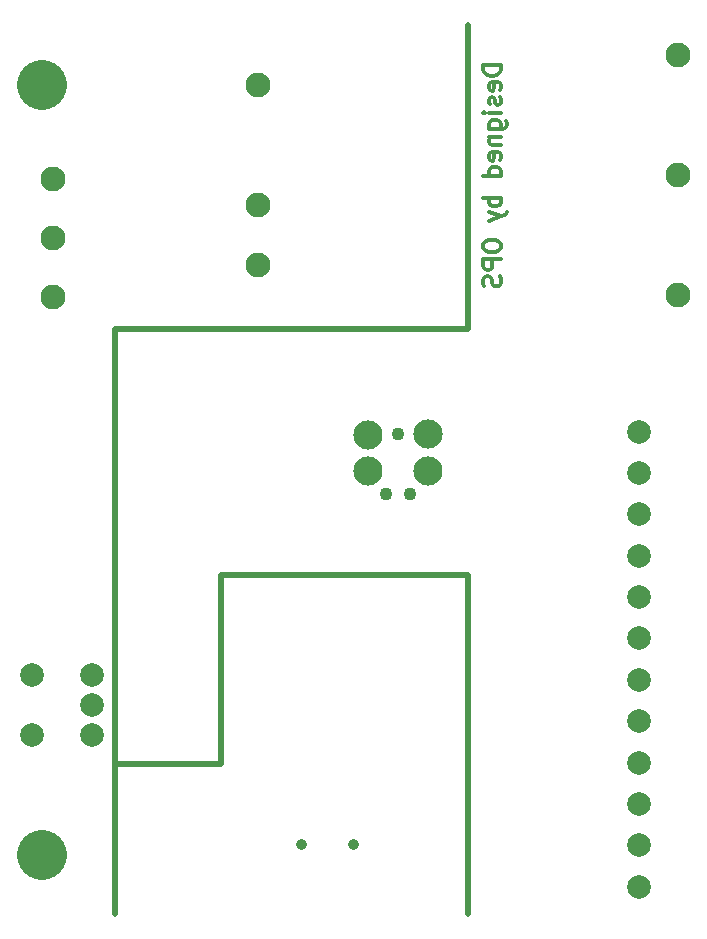
<source format=gbs>
G04 #@! TF.GenerationSoftware,KiCad,Pcbnew,5.1.6-c6e7f7d~86~ubuntu18.04.1*
G04 #@! TF.CreationDate,2020-06-27T13:31:58-07:00*
G04 #@! TF.ProjectId,VehicleAccessoryController,56656869-636c-4654-9163-636573736f72,1.0*
G04 #@! TF.SameCoordinates,Original*
G04 #@! TF.FileFunction,Soldermask,Bot*
G04 #@! TF.FilePolarity,Negative*
%FSLAX46Y46*%
G04 Gerber Fmt 4.6, Leading zero omitted, Abs format (unit mm)*
G04 Created by KiCad (PCBNEW 5.1.6-c6e7f7d~86~ubuntu18.04.1) date 2020-06-27 13:31:58*
%MOMM*%
%LPD*%
G01*
G04 APERTURE LIST*
%ADD10C,4.200000*%
%ADD11C,0.350000*%
%ADD12C,0.500000*%
%ADD13C,0.950000*%
%ADD14C,2.102000*%
%ADD15C,2.002000*%
%ADD16C,1.090060*%
%ADD17C,1.087520*%
%ADD18C,2.474360*%
%ADD19C,2.471820*%
G04 APERTURE END LIST*
D10*
X121800000Y-135700000D02*
G75*
G03*
X121800000Y-135700000I0J0D01*
G01*
X121800000Y-70500000D02*
G75*
G03*
X121800000Y-70500000I0J0D01*
G01*
D11*
X160678571Y-68878571D02*
X159178571Y-68878571D01*
X159178571Y-69235714D01*
X159250000Y-69450000D01*
X159392857Y-69592857D01*
X159535714Y-69664285D01*
X159821428Y-69735714D01*
X160035714Y-69735714D01*
X160321428Y-69664285D01*
X160464285Y-69592857D01*
X160607142Y-69450000D01*
X160678571Y-69235714D01*
X160678571Y-68878571D01*
X160607142Y-70950000D02*
X160678571Y-70807142D01*
X160678571Y-70521428D01*
X160607142Y-70378571D01*
X160464285Y-70307142D01*
X159892857Y-70307142D01*
X159750000Y-70378571D01*
X159678571Y-70521428D01*
X159678571Y-70807142D01*
X159750000Y-70950000D01*
X159892857Y-71021428D01*
X160035714Y-71021428D01*
X160178571Y-70307142D01*
X160607142Y-71592857D02*
X160678571Y-71735714D01*
X160678571Y-72021428D01*
X160607142Y-72164285D01*
X160464285Y-72235714D01*
X160392857Y-72235714D01*
X160250000Y-72164285D01*
X160178571Y-72021428D01*
X160178571Y-71807142D01*
X160107142Y-71664285D01*
X159964285Y-71592857D01*
X159892857Y-71592857D01*
X159750000Y-71664285D01*
X159678571Y-71807142D01*
X159678571Y-72021428D01*
X159750000Y-72164285D01*
X160678571Y-72878571D02*
X159678571Y-72878571D01*
X159178571Y-72878571D02*
X159250000Y-72807142D01*
X159321428Y-72878571D01*
X159250000Y-72950000D01*
X159178571Y-72878571D01*
X159321428Y-72878571D01*
X159678571Y-74235714D02*
X160892857Y-74235714D01*
X161035714Y-74164285D01*
X161107142Y-74092857D01*
X161178571Y-73950000D01*
X161178571Y-73735714D01*
X161107142Y-73592857D01*
X160607142Y-74235714D02*
X160678571Y-74092857D01*
X160678571Y-73807142D01*
X160607142Y-73664285D01*
X160535714Y-73592857D01*
X160392857Y-73521428D01*
X159964285Y-73521428D01*
X159821428Y-73592857D01*
X159750000Y-73664285D01*
X159678571Y-73807142D01*
X159678571Y-74092857D01*
X159750000Y-74235714D01*
X159678571Y-74950000D02*
X160678571Y-74950000D01*
X159821428Y-74950000D02*
X159750000Y-75021428D01*
X159678571Y-75164285D01*
X159678571Y-75378571D01*
X159750000Y-75521428D01*
X159892857Y-75592857D01*
X160678571Y-75592857D01*
X160607142Y-76878571D02*
X160678571Y-76735714D01*
X160678571Y-76450000D01*
X160607142Y-76307142D01*
X160464285Y-76235714D01*
X159892857Y-76235714D01*
X159750000Y-76307142D01*
X159678571Y-76450000D01*
X159678571Y-76735714D01*
X159750000Y-76878571D01*
X159892857Y-76950000D01*
X160035714Y-76950000D01*
X160178571Y-76235714D01*
X160678571Y-78235714D02*
X159178571Y-78235714D01*
X160607142Y-78235714D02*
X160678571Y-78092857D01*
X160678571Y-77807142D01*
X160607142Y-77664285D01*
X160535714Y-77592857D01*
X160392857Y-77521428D01*
X159964285Y-77521428D01*
X159821428Y-77592857D01*
X159750000Y-77664285D01*
X159678571Y-77807142D01*
X159678571Y-78092857D01*
X159750000Y-78235714D01*
X160678571Y-80092857D02*
X159178571Y-80092857D01*
X159750000Y-80092857D02*
X159678571Y-80235714D01*
X159678571Y-80521428D01*
X159750000Y-80664285D01*
X159821428Y-80735714D01*
X159964285Y-80807142D01*
X160392857Y-80807142D01*
X160535714Y-80735714D01*
X160607142Y-80664285D01*
X160678571Y-80521428D01*
X160678571Y-80235714D01*
X160607142Y-80092857D01*
X159678571Y-81307142D02*
X160678571Y-81664285D01*
X159678571Y-82021428D02*
X160678571Y-81664285D01*
X161035714Y-81521428D01*
X161107142Y-81450000D01*
X161178571Y-81307142D01*
X159178571Y-84021428D02*
X159178571Y-84307142D01*
X159250000Y-84450000D01*
X159392857Y-84592857D01*
X159678571Y-84664285D01*
X160178571Y-84664285D01*
X160464285Y-84592857D01*
X160607142Y-84450000D01*
X160678571Y-84307142D01*
X160678571Y-84021428D01*
X160607142Y-83878571D01*
X160464285Y-83735714D01*
X160178571Y-83664285D01*
X159678571Y-83664285D01*
X159392857Y-83735714D01*
X159250000Y-83878571D01*
X159178571Y-84021428D01*
X160678571Y-85307142D02*
X159178571Y-85307142D01*
X159178571Y-85878571D01*
X159250000Y-86021428D01*
X159321428Y-86092857D01*
X159464285Y-86164285D01*
X159678571Y-86164285D01*
X159821428Y-86092857D01*
X159892857Y-86021428D01*
X159964285Y-85878571D01*
X159964285Y-85307142D01*
X160607142Y-86735714D02*
X160678571Y-86950000D01*
X160678571Y-87307142D01*
X160607142Y-87450000D01*
X160535714Y-87521428D01*
X160392857Y-87592857D01*
X160250000Y-87592857D01*
X160107142Y-87521428D01*
X160035714Y-87450000D01*
X159964285Y-87307142D01*
X159892857Y-87021428D01*
X159821428Y-86878571D01*
X159750000Y-86807142D01*
X159607142Y-86735714D01*
X159464285Y-86735714D01*
X159321428Y-86807142D01*
X159250000Y-86878571D01*
X159178571Y-87021428D01*
X159178571Y-87378571D01*
X159250000Y-87592857D01*
D12*
X157900000Y-140700000D02*
X157900000Y-112000000D01*
X157900000Y-112000000D02*
X137000000Y-112000000D01*
X137000000Y-112000000D02*
X137000000Y-128000000D01*
X128000000Y-128000000D02*
X137000000Y-128000000D01*
X128000000Y-140700000D02*
X128000000Y-91210000D01*
X128000000Y-91210000D02*
X157900000Y-91210000D01*
X157900000Y-91210000D02*
X157900000Y-65500000D01*
D13*
X148200000Y-134820000D02*
G75*
G03*
X148200000Y-134820000I0J0D01*
G01*
X143800000Y-134820000D02*
G75*
G03*
X143800000Y-134820000I0J0D01*
G01*
D14*
X140120000Y-70580000D03*
X140120000Y-80740000D03*
X140120000Y-85820000D03*
X175680000Y-88360000D03*
X175680000Y-78200000D03*
X175680000Y-68040000D03*
X122800000Y-88500000D03*
X122800000Y-78500000D03*
X122800000Y-83500000D03*
D15*
X120990000Y-125540000D03*
X120990000Y-120460000D03*
X126070000Y-125540000D03*
X126070000Y-123000000D03*
X126070000Y-120460000D03*
X172400000Y-99900000D03*
X172400000Y-103400000D03*
X172400000Y-106900000D03*
X172400000Y-110400000D03*
X172400000Y-113900000D03*
X172400000Y-117400000D03*
X172400000Y-120900000D03*
X172400000Y-124400000D03*
X172400000Y-127900000D03*
X172400000Y-131400000D03*
X172400000Y-134900000D03*
X172400000Y-138400000D03*
D16*
X152000000Y-100060000D03*
D17*
X153016000Y-105140000D03*
X150984000Y-105140000D03*
D18*
X154540000Y-100060000D03*
D19*
X154540000Y-103235000D03*
X149460000Y-100187000D03*
X149460000Y-103235000D03*
M02*

</source>
